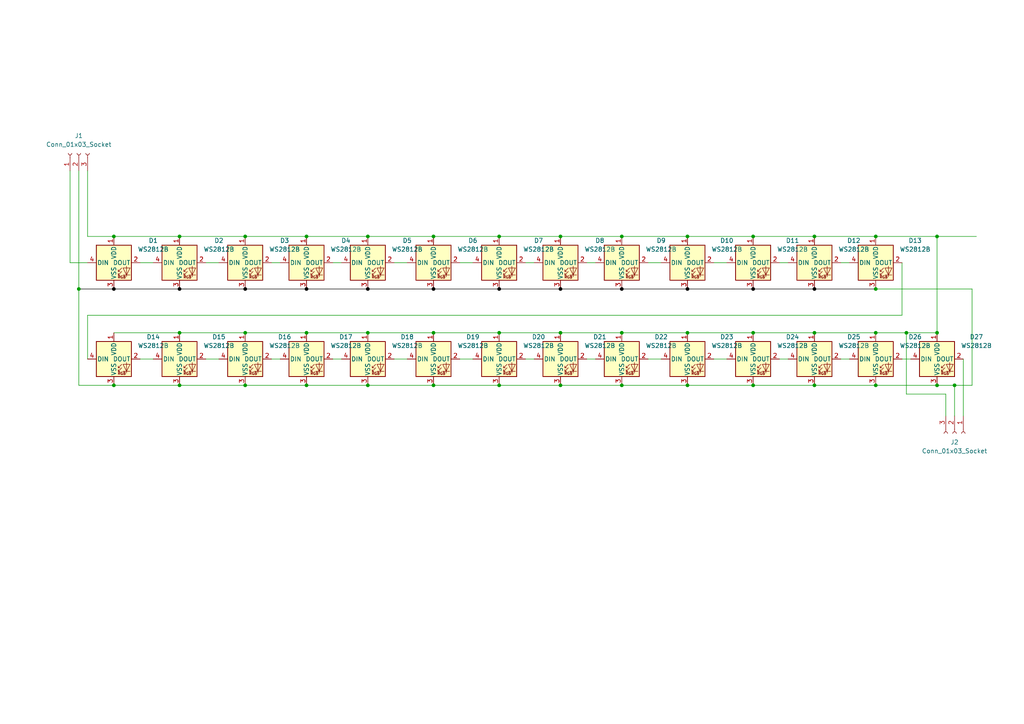
<source format=kicad_sch>
(kicad_sch (version 20250114) (generator "eeschema") (generator_version "9.0")
  (paper "A4")
  (lib_symbols
    (symbol "Connector:Conn_01x03_Socket" (pin_names (offset 1.016) (hide yes))
      (property "Reference" "J" (at 0 5.08 0))
      (property "Value" "Conn_01x03_Socket" (at 0 -5.08 0))
      (symbol "Conn_01x03_Socket_1_1"
        (polyline (pts (xy -1.27 2.54) (xy -0.508 2.54)) (stroke (width 0.1524)))
        (polyline (pts (xy -1.27 0) (xy -0.508 0)) (stroke (width 0.1524)))
        (polyline (pts (xy -1.27 -2.54) (xy -0.508 -2.54)) (stroke (width 0.1524)))
        (arc (start 0 2.032) (mid -0.5058 2.54) (end 0 3.048) (stroke (width 0.1524)))
        (arc (start 0 -0.508) (mid -0.5058 0) (end 0 0.508) (stroke (width 0.1524)))
        (arc (start 0 -3.048) (mid -0.5058 -2.54) (end 0 -2.032) (stroke (width 0.1524)))
        (pin passive line (at -5.08 2.54 0) (length 3.81) (name "Pin_1") (number "1"))
        (pin passive line (at -5.08 0 0) (length 3.81) (name "Pin_2") (number "2"))
        (pin passive line (at -5.08 -2.54 0) (length 3.81) (name "Pin_3") (number "3"))
      )
    )
    (symbol "LED:WS2812B" (pin_names (offset 0.254))
      (property "Reference" "D" (at 5.08 5.715 0))
      (property "Value" "WS2812B" (at 1.27 -5.715 0))
      (symbol "WS2812B_0_0"
        (text "RGB" (at 2.286 -4.191 0) (effects (font (size 0.762 0.762))))
      )
      (symbol "WS2812B_0_1"
        (polyline (pts (xy 1.27 -2.54) (xy 1.778 -2.54)))
        (polyline (pts (xy 1.27 -3.556) (xy 1.778 -3.556)))
        (polyline (pts (xy 2.286 -1.524) (xy 1.27 -2.54) (xy 1.27 -2.032)))
        (polyline (pts (xy 2.286 -2.54) (xy 1.27 -3.556) (xy 1.27 -3.048)))
        (polyline (pts (xy 3.683 -1.016) (xy 3.683 -3.556) (xy 3.683 -4.064)))
        (polyline (pts (xy 4.699 -1.524) (xy 2.667 -1.524) (xy 3.683 -3.556) (xy 4.699 -1.524)))
        (polyline (pts (xy 4.699 -3.556) (xy 2.667 -3.556)))
        (rectangle (start 5.08 5.08) (end -5.08 -5.08) (stroke (width 0.254)) (fill (type background)))
      )
      (symbol "WS2812B_1_1"
        (pin input line (at -7.62 0 0) (length 2.54) (name "DIN") (number "4"))
        (pin power_in line (at 0 7.62 270) (length 2.54) (name "VDD") (number "1"))
        (pin power_in line (at 0 -7.62 90) (length 2.54) (name "VSS") (number "3"))
        (pin output line (at 7.62 0 180) (length 2.54) (name "DOUT") (number "2"))
      )
    )
  )
  (junction (at 271.78 68.58))
  (junction (at 88.9 68.58))
  (junction (at 33.02 83.82) (color 0 0 0 1))
  (junction (at 52.07 111.76))
  (junction (at 199.39 111.76))
  (junction (at 106.68 111.76))
  (junction (at 199.39 68.58))
  (junction (at 199.39 83.82) (color 0 0 0 1))
  (junction (at 125.73 111.76))
  (junction (at 52.07 68.58))
  (junction (at 33.02 111.76))
  (junction (at 71.12 68.58))
  (junction (at 144.78 68.58))
  (junction (at 254 68.58))
  (junction (at 106.68 68.58))
  (junction (at 162.56 83.82) (color 0 0 0 1))
  (junction (at 180.34 83.82) (color 0 0 0 1))
  (junction (at 271.78 96.52))
  (junction (at 125.73 83.82) (color 0 0 0 1))
  (junction (at 144.78 96.52))
  (junction (at 218.44 83.82) (color 0 0 0 1))
  (junction (at 88.9 96.52))
  (junction (at 218.44 96.52))
  (junction (at 144.78 83.82) (color 0 0 0 1))
  (junction (at 180.34 111.76))
  (junction (at 106.68 83.82) (color 0 0 0 1))
  (junction (at 71.12 83.82) (color 0 0 0 1))
  (junction (at 218.44 111.76))
  (junction (at 218.44 68.58))
  (junction (at 276.86 111.76))
  (junction (at 125.73 96.52))
  (junction (at 199.39 96.52))
  (junction (at 236.22 83.82) (color 0 0 0 1))
  (junction (at 106.68 96.52))
  (junction (at 88.9 83.82) (color 0 0 0 1))
  (junction (at 180.34 96.52))
  (junction (at 71.12 96.52))
  (junction (at 144.78 111.76))
  (junction (at 162.56 96.52))
  (junction (at 162.56 111.76))
  (junction (at 236.22 68.58))
  (junction (at 180.34 68.58))
  (junction (at 236.22 111.76))
  (junction (at 236.22 96.52))
  (junction (at 71.12 111.76))
  (junction (at 254 83.82))
  (junction (at 88.9 111.76))
  (junction (at 52.07 96.52))
  (junction (at 254 96.52))
  (junction (at 162.56 68.58))
  (junction (at 33.02 68.58))
  (junction (at 254 111.76))
  (junction (at 262.89 96.52))
  (junction (at 52.07 83.82) (color 0 0 0 1))
  (junction (at 271.78 111.76))
  (junction (at 22.86 83.82))
  (junction (at 125.73 68.58))
  (wire (pts (xy 162.56 68.58) (xy 180.34 68.58)))
  (wire (pts (xy 170.18 76.2) (xy 172.72 76.2)))
  (wire (pts (xy 271.78 111.76) (xy 276.86 111.76)))
  (wire (pts (xy 59.69 104.14) (xy 63.5 104.14)))
  (wire (pts (xy 243.84 104.14) (xy 246.38 104.14)))
  (wire (pts (xy 180.34 96.52) (xy 199.39 96.52)))
  (wire (pts (xy 25.4 76.2) (xy 20.32 76.2)))
  (wire (pts (xy 236.22 68.58) (xy 254 68.58)))
  (wire (pts (xy 226.06 76.2) (xy 228.6 76.2)))
  (wire (pts (xy 125.73 68.58) (xy 144.78 68.58)))
  (wire (pts (xy 59.69 76.2) (xy 63.5 76.2)))
  (wire (pts (xy 88.9 68.58) (xy 106.68 68.58)))
  (wire (pts (xy 207.01 104.14) (xy 210.82 104.14)))
  (wire (pts (xy 144.78 111.76) (xy 125.73 111.76)))
  (wire (pts (xy 262.89 114.3) (xy 274.32 114.3)))
  (wire (pts (xy 33.02 96.52) (xy 52.07 96.52)))
  (wire (pts (xy 276.86 111.76) (xy 276.86 120.65)))
  (wire (pts (xy 22.86 83.82) (xy 22.86 111.76)))
  (wire (pts (xy 133.35 104.14) (xy 137.16 104.14)))
  (wire (pts (xy 52.07 83.82) (xy 71.12 83.82)) (stroke (width 0) (color 0 0 0 1)))
  (wire (pts (xy 262.89 96.52) (xy 271.78 96.52)))
  (wire (pts (xy 162.56 96.52) (xy 180.34 96.52)))
  (wire (pts (xy 236.22 111.76) (xy 218.44 111.76)))
  (wire (pts (xy 254 111.76) (xy 236.22 111.76)))
  (wire (pts (xy 261.62 91.44) (xy 25.4 91.44)))
  (wire (pts (xy 33.02 83.82) (xy 52.07 83.82)) (stroke (width 0) (color 0 0 0 1)))
  (wire (pts (xy 162.56 83.82) (xy 180.34 83.82)) (stroke (width 0) (color 0 0 0 1)))
  (wire (pts (xy 180.34 68.58) (xy 199.39 68.58)))
  (wire (pts (xy 243.84 76.2) (xy 246.38 76.2)))
  (wire (pts (xy 125.73 111.76) (xy 106.68 111.76)))
  (wire (pts (xy 262.89 114.3) (xy 262.89 96.52)))
  (wire (pts (xy 125.73 83.82) (xy 144.78 83.82)) (stroke (width 0) (color 0 0 0 1)))
  (wire (pts (xy 279.4 104.14) (xy 279.4 120.65)))
  (wire (pts (xy 261.62 76.2) (xy 261.62 91.44)))
  (wire (pts (xy 207.01 76.2) (xy 210.82 76.2)))
  (wire (pts (xy 25.4 91.44) (xy 25.4 104.14)))
  (wire (pts (xy 180.34 111.76) (xy 162.56 111.76)))
  (wire (pts (xy 254 96.52) (xy 262.89 96.52)))
  (wire (pts (xy 114.3 76.2) (xy 118.11 76.2)))
  (wire (pts (xy 152.4 104.14) (xy 154.94 104.14)))
  (wire (pts (xy 199.39 68.58) (xy 218.44 68.58)))
  (wire (pts (xy 71.12 83.82) (xy 88.9 83.82)) (stroke (width 0) (color 0 0 0 1)))
  (wire (pts (xy 281.94 111.76) (xy 281.94 83.82)))
  (wire (pts (xy 25.4 68.58) (xy 33.02 68.58)))
  (wire (pts (xy 52.07 68.58) (xy 71.12 68.58)))
  (wire (pts (xy 281.94 83.82) (xy 254 83.82)))
  (wire (pts (xy 88.9 96.52) (xy 106.68 96.52)))
  (wire (pts (xy 40.64 76.2) (xy 44.45 76.2)))
  (wire (pts (xy 78.74 76.2) (xy 81.28 76.2)))
  (wire (pts (xy 226.06 104.14) (xy 228.6 104.14)))
  (wire (pts (xy 162.56 111.76) (xy 144.78 111.76)))
  (wire (pts (xy 20.32 76.2) (xy 20.32 49.53)))
  (wire (pts (xy 71.12 96.52) (xy 88.9 96.52)))
  (wire (pts (xy 106.68 96.52) (xy 125.73 96.52)))
  (wire (pts (xy 22.86 49.53) (xy 22.86 83.82)))
  (wire (pts (xy 144.78 83.82) (xy 162.56 83.82)) (stroke (width 0) (color 0 0 0 1)))
  (wire (pts (xy 152.4 76.2) (xy 154.94 76.2)))
  (wire (pts (xy 199.39 83.82) (xy 218.44 83.82)) (stroke (width 0) (color 0 0 0 1)))
  (wire (pts (xy 71.12 111.76) (xy 52.07 111.76)))
  (wire (pts (xy 96.52 76.2) (xy 99.06 76.2)))
  (wire (pts (xy 40.64 104.14) (xy 44.45 104.14)))
  (wire (pts (xy 106.68 68.58) (xy 125.73 68.58)))
  (wire (pts (xy 71.12 68.58) (xy 88.9 68.58)))
  (wire (pts (xy 274.32 114.3) (xy 274.32 120.65)))
  (wire (pts (xy 218.44 68.58) (xy 236.22 68.58)))
  (wire (pts (xy 125.73 96.52) (xy 144.78 96.52)))
  (wire (pts (xy 52.07 111.76) (xy 33.02 111.76)))
  (wire (pts (xy 218.44 83.82) (xy 236.22 83.82)) (stroke (width 0) (color 0 0 0 1)))
  (wire (pts (xy 187.96 76.2) (xy 191.77 76.2)))
  (wire (pts (xy 144.78 68.58) (xy 162.56 68.58)))
  (wire (pts (xy 261.62 104.14) (xy 264.16 104.14)))
  (wire (pts (xy 218.44 96.52) (xy 236.22 96.52)))
  (wire (pts (xy 106.68 83.82) (xy 125.73 83.82)) (stroke (width 0) (color 0 0 0 1)))
  (wire (pts (xy 96.52 104.14) (xy 99.06 104.14)))
  (wire (pts (xy 199.39 96.52) (xy 218.44 96.52)))
  (wire (pts (xy 187.96 104.14) (xy 191.77 104.14)))
  (wire (pts (xy 254 68.58) (xy 271.78 68.58)))
  (wire (pts (xy 271.78 111.76) (xy 254 111.76)))
  (wire (pts (xy 236.22 96.52) (xy 254 96.52)))
  (wire (pts (xy 180.34 83.82) (xy 199.39 83.82)) (stroke (width 0) (color 0 0 0 1)))
  (wire (pts (xy 276.86 111.76) (xy 281.94 111.76)))
  (wire (pts (xy 33.02 68.58) (xy 52.07 68.58)))
  (wire (pts (xy 106.68 111.76) (xy 88.9 111.76)))
  (wire (pts (xy 218.44 111.76) (xy 199.39 111.76)))
  (wire (pts (xy 236.22 83.82) (xy 254 83.82)) (stroke (width 0) (color 0 0 0 1)))
  (wire (pts (xy 170.18 104.14) (xy 172.72 104.14)))
  (wire (pts (xy 88.9 83.82) (xy 106.68 83.82)) (stroke (width 0) (color 0 0 0 1)))
  (wire (pts (xy 199.39 111.76) (xy 180.34 111.76)))
  (wire (pts (xy 133.35 76.2) (xy 137.16 76.2)))
  (wire (pts (xy 144.78 96.52) (xy 162.56 96.52)))
  (wire (pts (xy 271.78 68.58) (xy 283.21 68.58)))
  (wire (pts (xy 22.86 83.82) (xy 33.02 83.82)) (stroke (width 0) (color 0 0 0 1)))
  (wire (pts (xy 271.78 96.52) (xy 271.78 68.58)))
  (wire (pts (xy 88.9 111.76) (xy 71.12 111.76)))
  (wire (pts (xy 22.86 111.76) (xy 33.02 111.76)))
  (wire (pts (xy 25.4 49.53) (xy 25.4 68.58)))
  (wire (pts (xy 52.07 96.52) (xy 71.12 96.52)))
  (wire (pts (xy 114.3 104.14) (xy 118.11 104.14)))
  (wire (pts (xy 78.74 104.14) (xy 81.28 104.14)))
  (symbol (lib_id "LED:WS2812B") (at 33.02 104.14 0) (unit 1)
    (property "Reference" "D14" (at 44.45 97.7198 0))
    (property "Value" "WS2812B" (at 44.45 100.2598 0))
    (property "Footprint" "LED_SMD:LED_WS2812B_PLCC4_5.0x5.0mm_P3.2mm" (effects (hide yes)))
    (property "Datasheet" "https://cdn-shop.adafruit.com/datasheets/WS2812B.pdf" (effects (hide yes)))
    (property "Description" "RGB LED with integrated controller" (effects (hide yes)))
  )
  (symbol (lib_id "LED:WS2812B") (at 271.78 104.14 0) (unit 1)
    (property "Reference" "D27" (at 283.21 97.7198 0))
    (property "Value" "WS2812B" (at 283.21 100.2598 0))
    (property "Footprint" "LED_SMD:LED_WS2812B_PLCC4_5.0x5.0mm_P3.2mm" (effects (hide yes)))
    (property "Datasheet" "https://cdn-shop.adafruit.com/datasheets/WS2812B.pdf" (effects (hide yes)))
    (property "Description" "RGB LED with integrated controller" (effects (hide yes)))
  )
  (symbol (lib_id "LED:WS2812B") (at 71.12 104.14 0) (unit 1)
    (property "Reference" "D16" (at 82.55 97.7198 0))
    (property "Value" "WS2812B" (at 82.55 100.2598 0))
    (property "Footprint" "LED_SMD:LED_WS2812B_PLCC4_5.0x5.0mm_P3.2mm" (effects (hide yes)))
    (property "Datasheet" "https://cdn-shop.adafruit.com/datasheets/WS2812B.pdf" (effects (hide yes)))
    (property "Description" "RGB LED with integrated controller" (effects (hide yes)))
  )
  (symbol (lib_id "LED:WS2812B") (at 199.39 104.14 0) (unit 1)
    (property "Reference" "D23" (at 210.82 97.7198 0))
    (property "Value" "WS2812B" (at 210.82 100.2598 0))
    (property "Footprint" "LED_SMD:LED_WS2812B_PLCC4_5.0x5.0mm_P3.2mm" (effects (hide yes)))
    (property "Datasheet" "https://cdn-shop.adafruit.com/datasheets/WS2812B.pdf" (effects (hide yes)))
    (property "Description" "RGB LED with integrated controller" (effects (hide yes)))
  )
  (symbol (lib_id "LED:WS2812B") (at 162.56 76.2 0) (unit 1)
    (property "Reference" "D8" (at 173.99 69.7798 0))
    (property "Value" "WS2812B" (at 173.99 72.3198 0))
    (property "Footprint" "LED_SMD:LED_WS2812B_PLCC4_5.0x5.0mm_P3.2mm" (effects (hide yes)))
    (property "Datasheet" "https://cdn-shop.adafruit.com/datasheets/WS2812B.pdf" (effects (hide yes)))
    (property "Description" "RGB LED with integrated controller" (effects (hide yes)))
  )
  (symbol (lib_id "Connector:Conn_01x03_Socket") (at 22.86 44.45 90) (unit 1)
    (property "Reference" "J1" (at 22.86 39.37 90))
    (property "Value" "Conn_01x03_Socket" (at 22.86 41.91 90))
    (property "Footprint" "Connector_JST:JST_PH_B3B-PH-K_1x03_P2.00mm_Vertical" (effects (hide yes)))
    (property "Description" "Generic connector, single row, 01x03, script generated" (effects (hide yes)))
  )
  (symbol (lib_id "LED:WS2812B") (at 218.44 104.14 0) (unit 1)
    (property "Reference" "D24" (at 229.87 97.7198 0))
    (property "Value" "WS2812B" (at 229.87 100.2598 0))
    (property "Footprint" "LED_SMD:LED_WS2812B_PLCC4_5.0x5.0mm_P3.2mm" (effects (hide yes)))
    (property "Datasheet" "https://cdn-shop.adafruit.com/datasheets/WS2812B.pdf" (effects (hide yes)))
    (property "Description" "RGB LED with integrated controller" (effects (hide yes)))
  )
  (symbol (lib_id "LED:WS2812B") (at 236.22 76.2 0) (unit 1)
    (property "Reference" "D12" (at 247.65 69.7798 0))
    (property "Value" "WS2812B" (at 247.65 72.3198 0))
    (property "Footprint" "LED_SMD:LED_WS2812B_PLCC4_5.0x5.0mm_P3.2mm" (effects (hide yes)))
    (property "Datasheet" "https://cdn-shop.adafruit.com/datasheets/WS2812B.pdf" (effects (hide yes)))
    (property "Description" "RGB LED with integrated controller" (effects (hide yes)))
  )
  (symbol (lib_id "LED:WS2812B") (at 254 76.2 0) (unit 1)
    (property "Reference" "D13" (at 265.43 69.7798 0))
    (property "Value" "WS2812B" (at 265.43 72.3198 0))
    (property "Footprint" "LED_SMD:LED_WS2812B_PLCC4_5.0x5.0mm_P3.2mm" (effects (hide yes)))
    (property "Datasheet" "https://cdn-shop.adafruit.com/datasheets/WS2812B.pdf" (effects (hide yes)))
    (property "Description" "RGB LED with integrated controller" (effects (hide yes)))
  )
  (symbol (lib_id "LED:WS2812B") (at 106.68 104.14 0) (unit 1)
    (property "Reference" "D18" (at 118.11 97.7198 0))
    (property "Value" "WS2812B" (at 118.11 100.2598 0))
    (property "Footprint" "LED_SMD:LED_WS2812B_PLCC4_5.0x5.0mm_P3.2mm" (effects (hide yes)))
    (property "Datasheet" "https://cdn-shop.adafruit.com/datasheets/WS2812B.pdf" (effects (hide yes)))
    (property "Description" "RGB LED with integrated controller" (effects (hide yes)))
  )
  (symbol (lib_id "LED:WS2812B") (at 125.73 104.14 0) (unit 1)
    (property "Reference" "D19" (at 137.16 97.7198 0))
    (property "Value" "WS2812B" (at 137.16 100.2598 0))
    (property "Footprint" "LED_SMD:LED_WS2812B_PLCC4_5.0x5.0mm_P3.2mm" (effects (hide yes)))
    (property "Datasheet" "https://cdn-shop.adafruit.com/datasheets/WS2812B.pdf" (effects (hide yes)))
    (property "Description" "RGB LED with integrated controller" (effects (hide yes)))
  )
  (symbol (lib_id "LED:WS2812B") (at 180.34 104.14 0) (unit 1)
    (property "Reference" "D22" (at 191.77 97.7198 0))
    (property "Value" "WS2812B" (at 191.77 100.2598 0))
    (property "Footprint" "LED_SMD:LED_WS2812B_PLCC4_5.0x5.0mm_P3.2mm" (effects (hide yes)))
    (property "Datasheet" "https://cdn-shop.adafruit.com/datasheets/WS2812B.pdf" (effects (hide yes)))
    (property "Description" "RGB LED with integrated controller" (effects (hide yes)))
  )
  (symbol (lib_id "LED:WS2812B") (at 144.78 76.2 0) (unit 1)
    (property "Reference" "D7" (at 156.21 69.7798 0))
    (property "Value" "WS2812B" (at 156.21 72.3198 0))
    (property "Footprint" "LED_SMD:LED_WS2812B_PLCC4_5.0x5.0mm_P3.2mm" (effects (hide yes)))
    (property "Datasheet" "https://cdn-shop.adafruit.com/datasheets/WS2812B.pdf" (effects (hide yes)))
    (property "Description" "RGB LED with integrated controller" (effects (hide yes)))
  )
  (symbol (lib_id "LED:WS2812B") (at 33.02 76.2 0) (unit 1)
    (property "Reference" "D1" (at 44.45 69.7798 0))
    (property "Value" "WS2812B" (at 44.45 72.3198 0))
    (property "Footprint" "LED_SMD:LED_WS2812B_PLCC4_5.0x5.0mm_P3.2mm" (effects (hide yes)))
    (property "Datasheet" "https://cdn-shop.adafruit.com/datasheets/WS2812B.pdf" (effects (hide yes)))
    (property "Description" "RGB LED with integrated controller" (effects (hide yes)))
  )
  (symbol (lib_id "LED:WS2812B") (at 254 104.14 0) (unit 1)
    (property "Reference" "D26" (at 265.43 97.7198 0))
    (property "Value" "WS2812B" (at 265.43 100.2598 0))
    (property "Footprint" "LED_SMD:LED_WS2812B_PLCC4_5.0x5.0mm_P3.2mm" (effects (hide yes)))
    (property "Datasheet" "https://cdn-shop.adafruit.com/datasheets/WS2812B.pdf" (effects (hide yes)))
    (property "Description" "RGB LED with integrated controller" (effects (hide yes)))
  )
  (symbol (lib_id "LED:WS2812B") (at 236.22 104.14 0) (unit 1)
    (property "Reference" "D25" (at 247.65 97.7198 0))
    (property "Value" "WS2812B" (at 247.65 100.2598 0))
    (property "Footprint" "LED_SMD:LED_WS2812B_PLCC4_5.0x5.0mm_P3.2mm" (effects (hide yes)))
    (property "Datasheet" "https://cdn-shop.adafruit.com/datasheets/WS2812B.pdf" (effects (hide yes)))
    (property "Description" "RGB LED with integrated controller" (effects (hide yes)))
  )
  (symbol (lib_id "LED:WS2812B") (at 52.07 76.2 0) (unit 1)
    (property "Reference" "D2" (at 63.5 69.7798 0))
    (property "Value" "WS2812B" (at 63.5 72.3198 0))
    (property "Footprint" "LED_SMD:LED_WS2812B_PLCC4_5.0x5.0mm_P3.2mm" (effects (hide yes)))
    (property "Datasheet" "https://cdn-shop.adafruit.com/datasheets/WS2812B.pdf" (effects (hide yes)))
    (property "Description" "RGB LED with integrated controller" (effects (hide yes)))
  )
  (symbol (lib_id "LED:WS2812B") (at 180.34 76.2 0) (unit 1)
    (property "Reference" "D9" (at 191.77 69.7798 0))
    (property "Value" "WS2812B" (at 191.77 72.3198 0))
    (property "Footprint" "LED_SMD:LED_WS2812B_PLCC4_5.0x5.0mm_P3.2mm" (effects (hide yes)))
    (property "Datasheet" "https://cdn-shop.adafruit.com/datasheets/WS2812B.pdf" (effects (hide yes)))
    (property "Description" "RGB LED with integrated controller" (effects (hide yes)))
  )
  (symbol (lib_id "LED:WS2812B") (at 218.44 76.2 0) (unit 1)
    (property "Reference" "D11" (at 229.87 69.7798 0))
    (property "Value" "WS2812B" (at 229.87 72.3198 0))
    (property "Footprint" "LED_SMD:LED_WS2812B_PLCC4_5.0x5.0mm_P3.2mm" (effects (hide yes)))
    (property "Datasheet" "https://cdn-shop.adafruit.com/datasheets/WS2812B.pdf" (effects (hide yes)))
    (property "Description" "RGB LED with integrated controller" (effects (hide yes)))
  )
  (symbol (lib_id "LED:WS2812B") (at 88.9 104.14 0) (unit 1)
    (property "Reference" "D17" (at 100.33 97.7198 0))
    (property "Value" "WS2812B" (at 100.33 100.2598 0))
    (property "Footprint" "LED_SMD:LED_WS2812B_PLCC4_5.0x5.0mm_P3.2mm" (effects (hide yes)))
    (property "Datasheet" "https://cdn-shop.adafruit.com/datasheets/WS2812B.pdf" (effects (hide yes)))
    (property "Description" "RGB LED with integrated controller" (effects (hide yes)))
  )
  (symbol (lib_id "LED:WS2812B") (at 199.39 76.2 0) (unit 1)
    (property "Reference" "D10" (at 210.82 69.7798 0))
    (property "Value" "WS2812B" (at 210.82 72.3198 0))
    (property "Footprint" "LED_SMD:LED_WS2812B_PLCC4_5.0x5.0mm_P3.2mm" (effects (hide yes)))
    (property "Datasheet" "https://cdn-shop.adafruit.com/datasheets/WS2812B.pdf" (effects (hide yes)))
    (property "Description" "RGB LED with integrated controller" (effects (hide yes)))
  )
  (symbol (lib_id "Connector:Conn_01x03_Socket") (at 276.86 125.73 270) (unit 1)
    (property "Reference" "J2" (at 276.86 128.27 90))
    (property "Value" "Conn_01x03_Socket" (at 276.86 130.81 90))
    (property "Footprint" "Connector_JST:JST_PH_B3B-PH-K_1x03_P2.00mm_Vertical" (effects (hide yes)))
    (property "Description" "Generic connector, single row, 01x03, script generated" (effects (hide yes)))
  )
  (symbol (lib_id "LED:WS2812B") (at 106.68 76.2 0) (unit 1)
    (property "Reference" "D5" (at 118.11 69.7798 0))
    (property "Value" "WS2812B" (at 118.11 72.3198 0))
    (property "Footprint" "LED_SMD:LED_WS2812B_PLCC4_5.0x5.0mm_P3.2mm" (effects (hide yes)))
    (property "Datasheet" "https://cdn-shop.adafruit.com/datasheets/WS2812B.pdf" (effects (hide yes)))
    (property "Description" "RGB LED with integrated controller" (effects (hide yes)))
  )
  (symbol (lib_id "LED:WS2812B") (at 162.56 104.14 0) (unit 1)
    (property "Reference" "D21" (at 173.99 97.7198 0))
    (property "Value" "WS2812B" (at 173.99 100.2598 0))
    (property "Footprint" "LED_SMD:LED_WS2812B_PLCC4_5.0x5.0mm_P3.2mm" (effects (hide yes)))
    (property "Datasheet" "https://cdn-shop.adafruit.com/datasheets/WS2812B.pdf" (effects (hide yes)))
    (property "Description" "RGB LED with integrated controller" (effects (hide yes)))
  )
  (symbol (lib_id "LED:WS2812B") (at 52.07 104.14 0) (unit 1)
    (property "Reference" "D15" (at 63.5 97.7198 0))
    (property "Value" "WS2812B" (at 63.5 100.2598 0))
    (property "Footprint" "LED_SMD:LED_WS2812B_PLCC4_5.0x5.0mm_P3.2mm" (effects (hide yes)))
    (property "Datasheet" "https://cdn-shop.adafruit.com/datasheets/WS2812B.pdf" (effects (hide yes)))
    (property "Description" "RGB LED with integrated controller" (effects (hide yes)))
  )
  (symbol (lib_id "LED:WS2812B") (at 144.78 104.14 0) (unit 1)
    (property "Reference" "D20" (at 156.21 97.7198 0))
    (property "Value" "WS2812B" (at 156.21 100.2598 0))
    (property "Footprint" "LED_SMD:LED_WS2812B_PLCC4_5.0x5.0mm_P3.2mm" (effects (hide yes)))
    (property "Datasheet" "https://cdn-shop.adafruit.com/datasheets/WS2812B.pdf" (effects (hide yes)))
    (property "Description" "RGB LED with integrated controller" (effects (hide yes)))
  )
  (symbol (lib_id "LED:WS2812B") (at 88.9 76.2 0) (unit 1)
    (property "Reference" "D4" (at 100.33 69.7798 0))
    (property "Value" "WS2812B" (at 100.33 72.3198 0))
    (property "Footprint" "LED_SMD:LED_WS2812B_PLCC4_5.0x5.0mm_P3.2mm" (effects (hide yes)))
    (property "Datasheet" "https://cdn-shop.adafruit.com/datasheets/WS2812B.pdf" (effects (hide yes)))
    (property "Description" "RGB LED with integrated controller" (effects (hide yes)))
  )
  (symbol (lib_id "LED:WS2812B") (at 125.73 76.2 0) (unit 1)
    (property "Reference" "D6" (at 137.16 69.7798 0))
    (property "Value" "WS2812B" (at 137.16 72.3198 0))
    (property "Footprint" "LED_SMD:LED_WS2812B_PLCC4_5.0x5.0mm_P3.2mm" (effects (hide yes)))
    (property "Datasheet" "https://cdn-shop.adafruit.com/datasheets/WS2812B.pdf" (effects (hide yes)))
    (property "Description" "RGB LED with integrated controller" (effects (hide yes)))
  )
  (symbol (lib_id "LED:WS2812B") (at 71.12 76.2 0) (unit 1)
    (property "Reference" "D3" (at 82.55 69.7798 0))
    (property "Value" "WS2812B" (at 82.55 72.3198 0))
    (property "Footprint" "LED_SMD:LED_WS2812B_PLCC4_5.0x5.0mm_P3.2mm" (effects (hide yes)))
    (property "Datasheet" "https://cdn-shop.adafruit.com/datasheets/WS2812B.pdf" (effects (hide yes)))
    (property "Description" "RGB LED with integrated controller" (effects (hide yes)))
  )
)
</source>
